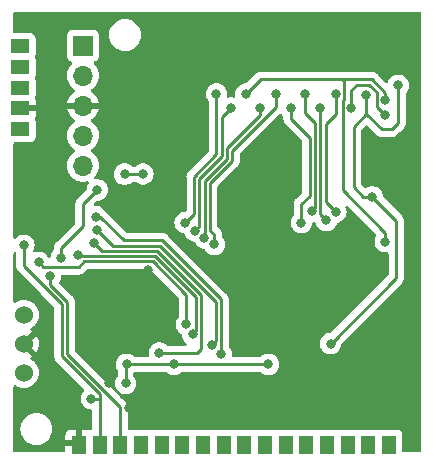
<source format=gbr>
%TF.GenerationSoftware,KiCad,Pcbnew,8.0.0*%
%TF.CreationDate,2024-03-23T09:44:43-04:00*%
%TF.ProjectId,N64SP PCB,4e363453-5020-4504-9342-2e6b69636164,rev?*%
%TF.SameCoordinates,Original*%
%TF.FileFunction,Copper,L2,Bot*%
%TF.FilePolarity,Positive*%
%FSLAX46Y46*%
G04 Gerber Fmt 4.6, Leading zero omitted, Abs format (unit mm)*
G04 Created by KiCad (PCBNEW 8.0.0) date 2024-03-23 09:44:43*
%MOMM*%
%LPD*%
G01*
G04 APERTURE LIST*
%TA.AperFunction,ComponentPad*%
%ADD10R,1.250000X1.250000*%
%TD*%
%TA.AperFunction,SMDPad,CuDef*%
%ADD11R,0.625000X1.250000*%
%TD*%
%TA.AperFunction,SMDPad,CuDef*%
%ADD12R,1.250000X0.625000*%
%TD*%
%TA.AperFunction,ComponentPad*%
%ADD13C,1.524000*%
%TD*%
%TA.AperFunction,ComponentPad*%
%ADD14R,1.700000X1.700000*%
%TD*%
%TA.AperFunction,ComponentPad*%
%ADD15O,1.700000X1.700000*%
%TD*%
%TA.AperFunction,ViaPad*%
%ADD16C,0.800000*%
%TD*%
%TA.AperFunction,Conductor*%
%ADD17C,0.250000*%
%TD*%
G04 APERTURE END LIST*
D10*
%TO.P,TP1,1*%
%TO.N,GND*%
X111150000Y-42000000D03*
D11*
X110460000Y-42000000D03*
%TD*%
D10*
%TO.P,TP2,1*%
%TO.N,3V3*%
X111150000Y-43750000D03*
D11*
X110460000Y-43750000D03*
%TD*%
D10*
%TO.P,TP3,1*%
%TO.N,DATA*%
X111150000Y-36750000D03*
D11*
X110460000Y-36750000D03*
%TD*%
D10*
%TO.P,TP4,1*%
%TO.N,A*%
X133450000Y-70350000D03*
D12*
X133450000Y-71040000D03*
%TD*%
D10*
%TO.P,TP5,1*%
%TO.N,B*%
X138700000Y-70350000D03*
D12*
X138700000Y-71040000D03*
%TD*%
D10*
%TO.P,TP6,1*%
%TO.N,S*%
X131700000Y-70350000D03*
D12*
X131700000Y-71040000D03*
%TD*%
D10*
%TO.P,TP8,1*%
%TO.N,R*%
X111150000Y-38500000D03*
D11*
X110460000Y-38500000D03*
%TD*%
D10*
%TO.P,TP10,1*%
%TO.N,CL*%
X140450000Y-70350000D03*
D12*
X140450000Y-71040000D03*
%TD*%
D10*
%TO.P,TP11,1*%
%TO.N,CR*%
X136950000Y-70350000D03*
D12*
X136950000Y-71040000D03*
%TD*%
D10*
%TO.P,TP12,1*%
%TO.N,CU*%
X142200000Y-70350000D03*
D12*
X142200000Y-71040000D03*
%TD*%
D10*
%TO.P,TP13,1*%
%TO.N,CD*%
X135200000Y-70350000D03*
D12*
X135200000Y-71040000D03*
%TD*%
D10*
%TO.P,TP14,1*%
%TO.N,DL*%
X128200000Y-70350000D03*
D12*
X128200000Y-71040000D03*
%TD*%
D10*
%TO.P,TP15,1*%
%TO.N,DR*%
X124700000Y-70350000D03*
D12*
X124700000Y-71040000D03*
%TD*%
D10*
%TO.P,TP16,1*%
%TO.N,DU*%
X126450000Y-70350000D03*
D12*
X126450000Y-71040000D03*
%TD*%
D10*
%TO.P,TP17,1*%
%TO.N,DD*%
X129950000Y-70350000D03*
D12*
X129950000Y-71040000D03*
%TD*%
D10*
%TO.P,TP18,1*%
%TO.N,SX*%
X121200000Y-70350000D03*
D12*
X121200000Y-71040000D03*
%TD*%
D10*
%TO.P,TP19,1*%
%TO.N,SY*%
X119450000Y-70350000D03*
D12*
X119450000Y-71040000D03*
%TD*%
D10*
%TO.P,TP9,1*%
%TO.N,Z*%
X111150000Y-40250000D03*
D11*
X110460000Y-40250000D03*
%TD*%
D10*
%TO.P,TP7,1*%
%TO.N,L*%
X122950000Y-70350000D03*
D12*
X122950000Y-71040000D03*
%TD*%
D10*
%TO.P,TP20,1*%
%TO.N,GND*%
X115950000Y-70350000D03*
D12*
X115950000Y-71040000D03*
%TD*%
D10*
%TO.P,TP21,1*%
%TO.N,3V3*%
X117700000Y-70350000D03*
D12*
X117700000Y-71040000D03*
%TD*%
D13*
%TO.P,Y1,1*%
%TO.N,OSC1*%
X111300000Y-64400000D03*
%TO.P,Y1,2*%
%TO.N,Net-(R1-Pad1)*%
X111300000Y-59500000D03*
%TO.P,Y1,3*%
%TO.N,GND*%
X111300000Y-61950000D03*
%TD*%
D14*
%TO.P,J2,1*%
%TO.N,MCLR*%
X116290000Y-36700000D03*
D15*
%TO.P,J2,2*%
%TO.N,3V3*%
X116290000Y-39240000D03*
%TO.P,J2,3*%
%TO.N,GND*%
X116290000Y-41780000D03*
%TO.P,J2,4*%
%TO.N,Net-(J2-Pad4)*%
X116290000Y-44320000D03*
%TO.P,J2,5*%
%TO.N,Net-(J2-Pad5)*%
X116290000Y-46860000D03*
%TD*%
D16*
%TO.N,MCLR*%
X114460000Y-54660000D03*
X117510000Y-48910000D03*
%TO.N,3V3*%
X117010000Y-66590000D03*
X111290000Y-53610000D03*
X120000000Y-63700000D03*
X132000000Y-63700000D03*
X140300000Y-40900000D03*
X119900000Y-65300000D03*
X142990000Y-40070000D03*
X137260000Y-61930000D03*
X124010000Y-63700000D03*
X140800000Y-49500000D03*
%TO.N,GND*%
X141000000Y-63700000D03*
X142800000Y-46200000D03*
X121800000Y-57700000D03*
X111260000Y-56730000D03*
X111290000Y-49710000D03*
X121800000Y-59800000D03*
X140000000Y-63700000D03*
X123700000Y-36900000D03*
X144000000Y-49300000D03*
X120500000Y-49800000D03*
X120230000Y-67350000D03*
X121800000Y-55700000D03*
X118500000Y-65300000D03*
X114810000Y-66600000D03*
%TO.N,R*%
X119820001Y-47590000D03*
X121375000Y-47580000D03*
%TO.N,SX*%
X122765000Y-62730000D03*
X117250000Y-53400000D03*
%TO.N,SY*%
X113540000Y-56230000D03*
%TO.N,DQ6*%
X124960000Y-51695030D03*
X127600000Y-40800000D03*
%TO.N,DQ7*%
X125800000Y-52360000D03*
X128800000Y-42000000D03*
%TO.N,A10*%
X131300000Y-42000000D03*
X126580870Y-52984696D03*
%TO.N,OE*%
X132600000Y-40800000D03*
X127430000Y-53530000D03*
%TO.N,XA*%
X117370000Y-51180000D03*
X127990000Y-62840000D03*
%TO.N,XB*%
X127265000Y-62020000D03*
X117489231Y-52293926D03*
%TO.N,YB*%
X115920000Y-54390000D03*
X125585000Y-61140000D03*
%TO.N,YA*%
X112543915Y-55048439D03*
X125059507Y-60289201D03*
%TO.N,A11*%
X134800000Y-51700000D03*
X133900000Y-42000000D03*
%TO.N,A9*%
X135100000Y-40800000D03*
X135675000Y-50700000D03*
%TO.N,A8*%
X136400000Y-42000000D03*
X136900000Y-51500000D03*
%TO.N,A13*%
X137700000Y-40800000D03*
X137700000Y-50800000D03*
%TO.N,WE*%
X139000000Y-42000000D03*
X141889990Y-42600000D03*
%TO.N,CE*%
X141900000Y-53300000D03*
X141900000Y-41300000D03*
X130100000Y-40800000D03*
%TD*%
D17*
%TO.N,MCLR*%
X114460000Y-53830000D02*
X114460000Y-54660000D01*
X116290000Y-50130000D02*
X116290000Y-52000000D01*
X116290000Y-52000000D02*
X114460000Y-53830000D01*
X117510000Y-48910000D02*
X116290000Y-50130000D01*
%TO.N,3V3*%
X142820000Y-56370000D02*
X142820000Y-51520000D01*
X139230000Y-48710000D02*
X139230000Y-43570000D01*
X111290000Y-55350000D02*
X111290000Y-53610000D01*
X124010000Y-63700000D02*
X120000000Y-63700000D01*
X142990000Y-43250000D02*
X142635000Y-43605000D01*
X117700000Y-66610000D02*
X117700000Y-70350000D01*
X137260000Y-61930000D02*
X142820000Y-56370000D01*
X119900000Y-65300000D02*
X119900000Y-63800000D01*
X117680000Y-66590000D02*
X117700000Y-66610000D01*
X140020000Y-49500000D02*
X139230000Y-48710000D01*
X142440000Y-43800000D02*
X141600000Y-43800000D01*
X117700000Y-66610000D02*
X117700000Y-66209412D01*
X140300000Y-42500000D02*
X140300000Y-40900000D01*
X114509990Y-63019402D02*
X114509990Y-58569990D01*
X140800000Y-49500000D02*
X140020000Y-49500000D01*
X117010000Y-66590000D02*
X117680000Y-66590000D01*
X124010000Y-63700000D02*
X132000000Y-63700000D01*
X142990000Y-40070000D02*
X142990000Y-43250000D01*
X117700000Y-66209412D02*
X114509990Y-63019402D01*
X119900000Y-63800000D02*
X120000000Y-63700000D01*
X142635000Y-43605000D02*
X142440000Y-43800000D01*
X114509990Y-58569990D02*
X111290000Y-55350000D01*
X142820000Y-51520000D02*
X140800000Y-49500000D01*
X139230000Y-43570000D02*
X140300000Y-42500000D01*
X141600000Y-43800000D02*
X140300000Y-42500000D01*
%TO.N,GND*%
X118500000Y-65300000D02*
X119610000Y-66410000D01*
%TO.N,R*%
X119820001Y-47590000D02*
X121365000Y-47590000D01*
X121365000Y-47590000D02*
X121375000Y-47580000D01*
%TO.N,SX*%
X126310000Y-62350000D02*
X126310000Y-57782820D01*
X122765000Y-62730000D02*
X125930000Y-62730000D01*
X126310000Y-57782820D02*
X122602159Y-54074979D01*
X122602159Y-54074979D02*
X117924979Y-54074979D01*
X125930000Y-62730000D02*
X126310000Y-62350000D01*
X117924979Y-54074979D02*
X117250000Y-53400000D01*
%TO.N,SY*%
X114960000Y-62833002D02*
X119450000Y-67323002D01*
X119450000Y-67323002D02*
X119450000Y-70350000D01*
X113540000Y-56230000D02*
X113540000Y-56963590D01*
X114960000Y-58383590D02*
X114960000Y-62833002D01*
X113540000Y-56963590D02*
X114960000Y-58383590D01*
%TO.N,DQ6*%
X124960000Y-51695030D02*
X125700000Y-50955030D01*
X125700000Y-49230000D02*
X125700000Y-47800000D01*
X127600000Y-45900000D02*
X127600000Y-40800000D01*
X125700000Y-50955030D02*
X125700000Y-50610000D01*
X125700000Y-47800000D02*
X127600000Y-45900000D01*
X125700000Y-49400000D02*
X125700000Y-49230000D01*
X125700000Y-49230000D02*
X125700000Y-50610000D01*
%TO.N,DQ7*%
X126150010Y-52009990D02*
X125800000Y-52360000D01*
X128800000Y-42000000D02*
X128050010Y-42749990D01*
X126150010Y-47986400D02*
X126150010Y-52009990D01*
X128050010Y-42749990D02*
X128050010Y-46086400D01*
X128050010Y-46086400D02*
X126150010Y-47986400D01*
%TO.N,A10*%
X128500020Y-45399980D02*
X131300000Y-42600000D01*
X126600020Y-52965546D02*
X126580870Y-52984696D01*
X126600020Y-48172800D02*
X128500020Y-46272800D01*
X131300000Y-42600000D02*
X131300000Y-42000000D01*
X126600020Y-49772800D02*
X126600020Y-48172800D01*
X126600020Y-49772800D02*
X126600020Y-52965546D01*
X128500020Y-46272800D02*
X128500020Y-45399980D01*
%TO.N,OE*%
X127430000Y-52700000D02*
X127430000Y-53530000D01*
X127050029Y-52320029D02*
X127430000Y-52700000D01*
X128950029Y-46459201D02*
X127050030Y-48359200D01*
X127050030Y-48359200D02*
X127050029Y-52320029D01*
X132600000Y-40800000D02*
X132600000Y-41936410D01*
X132600000Y-41936410D02*
X128950030Y-45586380D01*
X128950030Y-45586380D02*
X128950029Y-46459201D01*
%TO.N,XA*%
X122974959Y-53174959D02*
X119734959Y-53174959D01*
X117740000Y-51180000D02*
X117370000Y-51180000D01*
X119734959Y-53174959D02*
X117740000Y-51180000D01*
X127990000Y-58190000D02*
X122974959Y-53174959D01*
X127990000Y-62840000D02*
X127990000Y-58190000D01*
%TO.N,XB*%
X118820274Y-53624969D02*
X117489231Y-52293926D01*
X127539990Y-61745010D02*
X127539990Y-58376400D01*
X127539990Y-58376400D02*
X122788559Y-53624969D01*
X127265000Y-62020000D02*
X127539990Y-61745010D01*
X122788559Y-53624969D02*
X118820274Y-53624969D01*
%TO.N,YB*%
X125859990Y-57969220D02*
X122415759Y-54524989D01*
X116054989Y-54524989D02*
X115920000Y-54390000D01*
X122415759Y-54524989D02*
X116054989Y-54524989D01*
X125859990Y-60865010D02*
X125859990Y-57969220D01*
X125585000Y-61140000D02*
X125859990Y-60865010D01*
%TO.N,YA*%
X116408003Y-54974999D02*
X115934564Y-55448438D01*
X122229359Y-54974999D02*
X116408003Y-54974999D01*
X125059507Y-57805147D02*
X122229359Y-54974999D01*
X115934564Y-55448438D02*
X112943914Y-55448438D01*
X125059507Y-60289201D02*
X125059507Y-57805147D01*
X112943914Y-55448438D02*
X112543915Y-55048439D01*
%TO.N,A11*%
X133900000Y-42900000D02*
X133900000Y-42000000D01*
X135499980Y-49400020D02*
X135499980Y-44499980D01*
X134800000Y-51700000D02*
X134800000Y-50100000D01*
X135499980Y-44499980D02*
X133900000Y-42900000D01*
X134800000Y-50100000D02*
X135499980Y-49400020D01*
%TO.N,A9*%
X135949990Y-43249990D02*
X135949990Y-50425010D01*
X135100000Y-42400000D02*
X135949990Y-43249990D01*
X135949990Y-50425010D02*
X135675000Y-50700000D01*
X135100000Y-40800000D02*
X135100000Y-42400000D01*
%TO.N,A8*%
X136900000Y-51500000D02*
X136400000Y-51000000D01*
X136400000Y-51000000D02*
X136400000Y-42000000D01*
%TO.N,A13*%
X137700000Y-50800000D02*
X136850010Y-49950010D01*
X137700000Y-42500000D02*
X137700000Y-40800000D01*
X136850010Y-49950010D02*
X136850010Y-43349990D01*
X136850010Y-43349990D02*
X137700000Y-42500000D01*
%TO.N,WE*%
X139500000Y-40000000D02*
X140549998Y-40000000D01*
X139000000Y-40500000D02*
X139500000Y-40000000D01*
X140549998Y-40000000D02*
X141174999Y-40625001D01*
X141174999Y-41885009D02*
X141889990Y-42600000D01*
X139000000Y-42000000D02*
X139000000Y-40500000D01*
X141174999Y-40625001D02*
X141174999Y-41885009D01*
%TO.N,CE*%
X141900000Y-52550000D02*
X138274999Y-48924999D01*
X141900000Y-53300000D02*
X141900000Y-52550000D01*
X138274999Y-41405001D02*
X138425001Y-41254999D01*
X138250010Y-39549990D02*
X131350010Y-39549990D01*
X138425001Y-39724981D02*
X138250010Y-39549990D01*
X138274999Y-48924999D02*
X138274999Y-41405001D01*
X140749990Y-39549990D02*
X138250010Y-39549990D01*
X131350010Y-39549990D02*
X130100000Y-40800000D01*
X141900000Y-40700000D02*
X140749990Y-39549990D01*
X141900000Y-41300000D02*
X141900000Y-40700000D01*
X138425001Y-41254999D02*
X138425001Y-39724981D01*
%TD*%
%TA.AperFunction,Conductor*%
%TO.N,GND*%
G36*
X110609011Y-54212857D02*
G01*
X110620129Y-54223764D01*
X110624131Y-54228209D01*
X110654852Y-54292213D01*
X110656500Y-54312524D01*
X110656500Y-55266146D01*
X110654751Y-55281988D01*
X110655044Y-55282016D01*
X110654298Y-55289908D01*
X110656469Y-55358974D01*
X110656500Y-55360953D01*
X110656500Y-55389851D01*
X110656501Y-55389872D01*
X110657378Y-55396820D01*
X110657844Y-55402732D01*
X110659326Y-55449888D01*
X110659327Y-55449893D01*
X110664977Y-55469339D01*
X110668986Y-55488697D01*
X110671525Y-55508793D01*
X110671526Y-55508799D01*
X110688893Y-55552662D01*
X110690816Y-55558279D01*
X110703982Y-55603593D01*
X110714294Y-55621031D01*
X110722988Y-55638779D01*
X110730444Y-55657609D01*
X110730450Y-55657620D01*
X110758177Y-55695783D01*
X110761437Y-55700746D01*
X110785460Y-55741365D01*
X110799779Y-55755684D01*
X110812617Y-55770714D01*
X110822156Y-55783843D01*
X110824528Y-55787107D01*
X110852794Y-55810491D01*
X110860886Y-55817185D01*
X110865267Y-55821171D01*
X112762908Y-57718812D01*
X113839585Y-58795489D01*
X113873611Y-58857801D01*
X113876490Y-58884584D01*
X113876490Y-62935548D01*
X113874741Y-62951390D01*
X113875034Y-62951418D01*
X113874288Y-62959310D01*
X113876459Y-63028376D01*
X113876490Y-63030355D01*
X113876490Y-63059253D01*
X113876491Y-63059274D01*
X113877368Y-63066222D01*
X113877834Y-63072134D01*
X113879316Y-63119290D01*
X113879317Y-63119295D01*
X113884967Y-63138741D01*
X113888976Y-63158099D01*
X113891515Y-63178195D01*
X113891516Y-63178201D01*
X113908883Y-63222064D01*
X113910806Y-63227681D01*
X113923972Y-63272995D01*
X113934284Y-63290433D01*
X113942978Y-63308181D01*
X113950434Y-63327011D01*
X113950440Y-63327022D01*
X113978167Y-63365185D01*
X113981427Y-63370148D01*
X114005450Y-63410767D01*
X114019769Y-63425086D01*
X114032607Y-63440116D01*
X114042146Y-63453245D01*
X114044518Y-63456509D01*
X114072784Y-63479893D01*
X114080876Y-63486587D01*
X114085257Y-63490573D01*
X115240525Y-64645841D01*
X116364928Y-65770244D01*
X116398954Y-65832556D01*
X116393889Y-65903371D01*
X116369470Y-65943649D01*
X116270961Y-66053054D01*
X116270958Y-66053058D01*
X116175476Y-66218438D01*
X116175473Y-66218445D01*
X116116457Y-66400072D01*
X116096496Y-66590000D01*
X116116457Y-66779927D01*
X116139815Y-66851814D01*
X116175473Y-66961556D01*
X116175476Y-66961561D01*
X116270958Y-67126941D01*
X116270965Y-67126951D01*
X116398744Y-67268864D01*
X116418410Y-67283152D01*
X116553248Y-67381118D01*
X116727712Y-67458794D01*
X116914513Y-67498500D01*
X116940500Y-67498500D01*
X117008621Y-67518502D01*
X117055114Y-67572158D01*
X117066500Y-67624500D01*
X117066500Y-69099518D01*
X117046498Y-69167639D01*
X116992842Y-69214132D01*
X116969488Y-69222138D01*
X116965805Y-69223008D01*
X116868316Y-69259370D01*
X116797500Y-69264434D01*
X116780252Y-69259370D01*
X116684094Y-69223505D01*
X116623597Y-69217000D01*
X116204000Y-69217000D01*
X116204000Y-70064892D01*
X116133843Y-70010287D01*
X116013578Y-69969000D01*
X115918431Y-69969000D01*
X115824579Y-69984661D01*
X115712749Y-70045180D01*
X115696000Y-70063374D01*
X115696000Y-69217000D01*
X115276402Y-69217000D01*
X115215906Y-69223505D01*
X115079035Y-69274555D01*
X115079034Y-69274555D01*
X114962095Y-69362095D01*
X114874555Y-69479034D01*
X114874555Y-69479035D01*
X114823505Y-69615906D01*
X114817000Y-69676402D01*
X114817000Y-70096000D01*
X115665966Y-70096000D01*
X115626629Y-70138731D01*
X115575552Y-70255177D01*
X115565051Y-70381898D01*
X115596266Y-70505162D01*
X115660840Y-70604000D01*
X114817000Y-70604000D01*
X114817000Y-70973500D01*
X114796998Y-71041621D01*
X114743342Y-71088114D01*
X114691000Y-71099500D01*
X110526500Y-71099500D01*
X110458379Y-71079498D01*
X110411886Y-71025842D01*
X110400500Y-70973500D01*
X110400500Y-69149999D01*
X111004341Y-69149999D01*
X111024937Y-69385411D01*
X111086096Y-69613661D01*
X111086098Y-69613665D01*
X111185966Y-69827832D01*
X111321498Y-70021392D01*
X111321502Y-70021397D01*
X111321505Y-70021401D01*
X111488599Y-70188495D01*
X111488603Y-70188498D01*
X111488607Y-70188501D01*
X111682167Y-70324033D01*
X111682166Y-70324033D01*
X111758304Y-70359537D01*
X111896337Y-70423903D01*
X112124592Y-70485063D01*
X112301034Y-70500500D01*
X112301041Y-70500500D01*
X112418959Y-70500500D01*
X112418966Y-70500500D01*
X112595408Y-70485063D01*
X112823663Y-70423903D01*
X113037829Y-70324035D01*
X113231401Y-70188495D01*
X113398495Y-70021401D01*
X113534035Y-69827830D01*
X113633903Y-69613663D01*
X113695063Y-69385408D01*
X113715659Y-69150000D01*
X113695063Y-68914592D01*
X113633903Y-68686337D01*
X113534035Y-68472171D01*
X113534034Y-68472169D01*
X113534033Y-68472167D01*
X113398501Y-68278607D01*
X113398497Y-68278602D01*
X113398495Y-68278599D01*
X113231401Y-68111505D01*
X113231397Y-68111502D01*
X113231392Y-68111498D01*
X113037832Y-67975966D01*
X113037833Y-67975966D01*
X112823665Y-67876098D01*
X112823661Y-67876096D01*
X112595411Y-67814937D01*
X112542475Y-67810305D01*
X112418966Y-67799500D01*
X112301034Y-67799500D01*
X112188752Y-67809323D01*
X112124588Y-67814937D01*
X111896338Y-67876096D01*
X111896334Y-67876098D01*
X111682167Y-67975966D01*
X111488607Y-68111498D01*
X111488596Y-68111507D01*
X111321507Y-68278596D01*
X111321502Y-68278602D01*
X111185965Y-68472169D01*
X111086098Y-68686334D01*
X111086096Y-68686338D01*
X111024937Y-68914588D01*
X111004341Y-69149999D01*
X110400500Y-69149999D01*
X110400499Y-65563200D01*
X110420501Y-65495079D01*
X110474157Y-65448586D01*
X110544431Y-65438482D01*
X110598768Y-65459986D01*
X110662323Y-65504488D01*
X110863804Y-65598440D01*
X111078537Y-65655978D01*
X111300000Y-65675353D01*
X111521463Y-65655978D01*
X111736196Y-65598440D01*
X111937677Y-65504488D01*
X112119781Y-65376977D01*
X112276977Y-65219781D01*
X112404488Y-65037677D01*
X112498440Y-64836196D01*
X112555978Y-64621463D01*
X112575353Y-64400000D01*
X112555978Y-64178537D01*
X112498440Y-63963804D01*
X112404488Y-63762324D01*
X112276977Y-63580219D01*
X112119781Y-63423023D01*
X112119777Y-63423020D01*
X112119772Y-63423016D01*
X111937677Y-63295512D01*
X111937671Y-63295509D01*
X111923534Y-63288916D01*
X111870250Y-63241997D01*
X111850792Y-63173719D01*
X111871336Y-63105760D01*
X111923544Y-63060526D01*
X111937421Y-63054055D01*
X111937426Y-63054052D01*
X112000603Y-63009814D01*
X112000603Y-63009812D01*
X111321791Y-62331000D01*
X111331569Y-62331000D01*
X111425421Y-62315339D01*
X111537251Y-62254820D01*
X111623371Y-62161269D01*
X111674448Y-62044823D01*
X111680538Y-61971329D01*
X112359812Y-62650603D01*
X112359814Y-62650603D01*
X112404052Y-62587426D01*
X112404053Y-62587425D01*
X112497966Y-62386027D01*
X112497968Y-62386023D01*
X112555482Y-62171374D01*
X112574850Y-61949999D01*
X112555482Y-61728625D01*
X112497968Y-61513976D01*
X112497966Y-61513972D01*
X112404051Y-61312571D01*
X112359815Y-61249395D01*
X112359813Y-61249395D01*
X111684392Y-61924816D01*
X111684949Y-61918102D01*
X111653734Y-61794838D01*
X111584187Y-61688388D01*
X111483843Y-61610287D01*
X111363578Y-61569000D01*
X111321789Y-61569000D01*
X112000603Y-60890186D01*
X112000603Y-60890184D01*
X111937425Y-60845946D01*
X111937421Y-60845944D01*
X111923539Y-60839471D01*
X111870253Y-60792554D01*
X111850792Y-60724277D01*
X111871334Y-60656317D01*
X111923539Y-60611081D01*
X111937671Y-60604491D01*
X111937672Y-60604490D01*
X111937677Y-60604488D01*
X112119781Y-60476977D01*
X112276977Y-60319781D01*
X112404488Y-60137677D01*
X112498440Y-59936196D01*
X112555978Y-59721463D01*
X112575353Y-59500000D01*
X112555978Y-59278537D01*
X112498440Y-59063804D01*
X112404488Y-58862324D01*
X112276977Y-58680219D01*
X112119781Y-58523023D01*
X112119777Y-58523020D01*
X112119772Y-58523016D01*
X111937677Y-58395512D01*
X111937675Y-58395511D01*
X111736199Y-58301561D01*
X111736193Y-58301559D01*
X111669538Y-58283699D01*
X111521463Y-58244022D01*
X111300000Y-58224647D01*
X111078537Y-58244022D01*
X111003031Y-58264254D01*
X110863806Y-58301559D01*
X110863801Y-58301561D01*
X110662324Y-58395511D01*
X110598769Y-58440013D01*
X110531495Y-58462700D01*
X110462634Y-58445414D01*
X110414051Y-58393644D01*
X110400499Y-58336799D01*
X110400499Y-56221110D01*
X110400499Y-54308077D01*
X110420501Y-54239960D01*
X110474157Y-54193467D01*
X110544431Y-54183363D01*
X110609011Y-54212857D01*
G37*
%TD.AperFunction*%
%TA.AperFunction,Conductor*%
G36*
X144891621Y-33870502D02*
G01*
X144938114Y-33924158D01*
X144949500Y-33976500D01*
X144949500Y-70973500D01*
X144929498Y-71041621D01*
X144875842Y-71088114D01*
X144823500Y-71099500D01*
X143459500Y-71099500D01*
X143391379Y-71079498D01*
X143344886Y-71025842D01*
X143333500Y-70973500D01*
X143333500Y-69676367D01*
X143333499Y-69676350D01*
X143326990Y-69615803D01*
X143326988Y-69615795D01*
X143275978Y-69479035D01*
X143275889Y-69478796D01*
X143275888Y-69478794D01*
X143275887Y-69478792D01*
X143188261Y-69361738D01*
X143071207Y-69274112D01*
X143071202Y-69274110D01*
X142934204Y-69223011D01*
X142934196Y-69223009D01*
X142873649Y-69216500D01*
X142873638Y-69216500D01*
X141526362Y-69216500D01*
X141526350Y-69216500D01*
X141465803Y-69223009D01*
X141465795Y-69223011D01*
X141369033Y-69259103D01*
X141298217Y-69264169D01*
X141280967Y-69259103D01*
X141184204Y-69223011D01*
X141184196Y-69223009D01*
X141123649Y-69216500D01*
X141123638Y-69216500D01*
X139776362Y-69216500D01*
X139776350Y-69216500D01*
X139715803Y-69223009D01*
X139715802Y-69223010D01*
X139715799Y-69223010D01*
X139715799Y-69223011D01*
X139619030Y-69259104D01*
X139548216Y-69264169D01*
X139530971Y-69259104D01*
X139434201Y-69223011D01*
X139434196Y-69223009D01*
X139373649Y-69216500D01*
X139373638Y-69216500D01*
X138026362Y-69216500D01*
X138026350Y-69216500D01*
X137965803Y-69223009D01*
X137965795Y-69223011D01*
X137869033Y-69259103D01*
X137798217Y-69264169D01*
X137780967Y-69259103D01*
X137684204Y-69223011D01*
X137684196Y-69223009D01*
X137623649Y-69216500D01*
X137623638Y-69216500D01*
X136276362Y-69216500D01*
X136276350Y-69216500D01*
X136215803Y-69223009D01*
X136215795Y-69223011D01*
X136119033Y-69259103D01*
X136048217Y-69264169D01*
X136030967Y-69259103D01*
X135934204Y-69223011D01*
X135934196Y-69223009D01*
X135873649Y-69216500D01*
X135873638Y-69216500D01*
X134526362Y-69216500D01*
X134526350Y-69216500D01*
X134465803Y-69223009D01*
X134465802Y-69223010D01*
X134465799Y-69223010D01*
X134465799Y-69223011D01*
X134369030Y-69259104D01*
X134298216Y-69264169D01*
X134280971Y-69259104D01*
X134184201Y-69223011D01*
X134184196Y-69223009D01*
X134123649Y-69216500D01*
X134123638Y-69216500D01*
X132776362Y-69216500D01*
X132776350Y-69216500D01*
X132715803Y-69223009D01*
X132715795Y-69223011D01*
X132619033Y-69259103D01*
X132548217Y-69264169D01*
X132530967Y-69259103D01*
X132434204Y-69223011D01*
X132434196Y-69223009D01*
X132373649Y-69216500D01*
X132373638Y-69216500D01*
X131026362Y-69216500D01*
X131026350Y-69216500D01*
X130965803Y-69223009D01*
X130965795Y-69223011D01*
X130869033Y-69259103D01*
X130798217Y-69264169D01*
X130780967Y-69259103D01*
X130684204Y-69223011D01*
X130684196Y-69223009D01*
X130623649Y-69216500D01*
X130623638Y-69216500D01*
X129276362Y-69216500D01*
X129276350Y-69216500D01*
X129215803Y-69223009D01*
X129215802Y-69223010D01*
X129215799Y-69223010D01*
X129215799Y-69223011D01*
X129119030Y-69259104D01*
X129048216Y-69264169D01*
X129030971Y-69259104D01*
X128934201Y-69223011D01*
X128934196Y-69223009D01*
X128873649Y-69216500D01*
X128873638Y-69216500D01*
X127526362Y-69216500D01*
X127526350Y-69216500D01*
X127465803Y-69223009D01*
X127465795Y-69223011D01*
X127369033Y-69259103D01*
X127298217Y-69264169D01*
X127280967Y-69259103D01*
X127184204Y-69223011D01*
X127184196Y-69223009D01*
X127123649Y-69216500D01*
X127123638Y-69216500D01*
X125776362Y-69216500D01*
X125776350Y-69216500D01*
X125715803Y-69223009D01*
X125715802Y-69223010D01*
X125715799Y-69223010D01*
X125715799Y-69223011D01*
X125619030Y-69259104D01*
X125548216Y-69264169D01*
X125530971Y-69259104D01*
X125434201Y-69223011D01*
X125434196Y-69223009D01*
X125373649Y-69216500D01*
X125373638Y-69216500D01*
X124026362Y-69216500D01*
X124026350Y-69216500D01*
X123965803Y-69223009D01*
X123965795Y-69223011D01*
X123869033Y-69259103D01*
X123798217Y-69264169D01*
X123780967Y-69259103D01*
X123684204Y-69223011D01*
X123684196Y-69223009D01*
X123623649Y-69216500D01*
X123623638Y-69216500D01*
X122276362Y-69216500D01*
X122276350Y-69216500D01*
X122215803Y-69223009D01*
X122215795Y-69223011D01*
X122119033Y-69259103D01*
X122048217Y-69264169D01*
X122030967Y-69259103D01*
X121934204Y-69223011D01*
X121934196Y-69223009D01*
X121873649Y-69216500D01*
X121873638Y-69216500D01*
X120526362Y-69216500D01*
X120526350Y-69216500D01*
X120465803Y-69223009D01*
X120465799Y-69223010D01*
X120369031Y-69259103D01*
X120298215Y-69264167D01*
X120280966Y-69259103D01*
X120184191Y-69223007D01*
X120180512Y-69222138D01*
X120177956Y-69220682D01*
X120176816Y-69220257D01*
X120176884Y-69220072D01*
X120118820Y-69187000D01*
X120085919Y-69124087D01*
X120083500Y-69099518D01*
X120083500Y-68278596D01*
X120083499Y-67406845D01*
X120085249Y-67391013D01*
X120084956Y-67390986D01*
X120085702Y-67383093D01*
X120083531Y-67314013D01*
X120083500Y-67312034D01*
X120083500Y-67283152D01*
X120083500Y-67283146D01*
X120082620Y-67276184D01*
X120082156Y-67270295D01*
X120080674Y-67223113D01*
X120075017Y-67203644D01*
X120071012Y-67184300D01*
X120068474Y-67164205D01*
X120051100Y-67120324D01*
X120049181Y-67114718D01*
X120036018Y-67069409D01*
X120025706Y-67051972D01*
X120017010Y-67034223D01*
X120009552Y-67015385D01*
X119981812Y-66977205D01*
X119978564Y-66972260D01*
X119954542Y-66931640D01*
X119940214Y-66917312D01*
X119927384Y-66902291D01*
X119915472Y-66885895D01*
X119915469Y-66885893D01*
X119915469Y-66885892D01*
X119879107Y-66855810D01*
X119874726Y-66851824D01*
X119330513Y-66307611D01*
X119296488Y-66245300D01*
X119301553Y-66174485D01*
X119344100Y-66117649D01*
X119410620Y-66092838D01*
X119470855Y-66103409D01*
X119617712Y-66168794D01*
X119804513Y-66208500D01*
X119995487Y-66208500D01*
X120182288Y-66168794D01*
X120356752Y-66091118D01*
X120511253Y-65978866D01*
X120511255Y-65978864D01*
X120639034Y-65836951D01*
X120639035Y-65836949D01*
X120639040Y-65836944D01*
X120734527Y-65671556D01*
X120793542Y-65489928D01*
X120813504Y-65300000D01*
X120793542Y-65110072D01*
X120734527Y-64928444D01*
X120639040Y-64763056D01*
X120565863Y-64681784D01*
X120535146Y-64617776D01*
X120533500Y-64597474D01*
X120533500Y-64499557D01*
X120553502Y-64431436D01*
X120585439Y-64397621D01*
X120611253Y-64378866D01*
X120614562Y-64375190D01*
X120675009Y-64337950D01*
X120708200Y-64333500D01*
X123301800Y-64333500D01*
X123369921Y-64353502D01*
X123395437Y-64375190D01*
X123398747Y-64378866D01*
X123553248Y-64491118D01*
X123727712Y-64568794D01*
X123914513Y-64608500D01*
X124105487Y-64608500D01*
X124292288Y-64568794D01*
X124466752Y-64491118D01*
X124621253Y-64378866D01*
X124624562Y-64375190D01*
X124685009Y-64337950D01*
X124718200Y-64333500D01*
X131291800Y-64333500D01*
X131359921Y-64353502D01*
X131385437Y-64375190D01*
X131388747Y-64378866D01*
X131543248Y-64491118D01*
X131717712Y-64568794D01*
X131904513Y-64608500D01*
X132095487Y-64608500D01*
X132282288Y-64568794D01*
X132456752Y-64491118D01*
X132611253Y-64378866D01*
X132739040Y-64236944D01*
X132834527Y-64071556D01*
X132893542Y-63889928D01*
X132913504Y-63700000D01*
X132893542Y-63510072D01*
X132834527Y-63328444D01*
X132739040Y-63163056D01*
X132739038Y-63163054D01*
X132739034Y-63163048D01*
X132611255Y-63021135D01*
X132456752Y-62908882D01*
X132282288Y-62831206D01*
X132095487Y-62791500D01*
X131904513Y-62791500D01*
X131717711Y-62831206D01*
X131543247Y-62908882D01*
X131388747Y-63021133D01*
X131385437Y-63024810D01*
X131324991Y-63062050D01*
X131291800Y-63066500D01*
X129019635Y-63066500D01*
X128951514Y-63046498D01*
X128905021Y-62992842D01*
X128894325Y-62927329D01*
X128903504Y-62840000D01*
X128883542Y-62650072D01*
X128824527Y-62468444D01*
X128729040Y-62303056D01*
X128685608Y-62254820D01*
X128655862Y-62221783D01*
X128625145Y-62157775D01*
X128623499Y-62137473D01*
X128623499Y-60289201D01*
X128623499Y-58273845D01*
X128625249Y-58258014D01*
X128624956Y-58257987D01*
X128625701Y-58250094D01*
X128625702Y-58250091D01*
X128623531Y-58181024D01*
X128623500Y-58179045D01*
X128623500Y-58150149D01*
X128623500Y-58150144D01*
X128622619Y-58143178D01*
X128622155Y-58137282D01*
X128620673Y-58090111D01*
X128615022Y-58070664D01*
X128611012Y-58051300D01*
X128608474Y-58031203D01*
X128591097Y-57987314D01*
X128589183Y-57981723D01*
X128576018Y-57936407D01*
X128565706Y-57918970D01*
X128557010Y-57901221D01*
X128549552Y-57882383D01*
X128521812Y-57844203D01*
X128518564Y-57839258D01*
X128494542Y-57798638D01*
X128480214Y-57784310D01*
X128467384Y-57769289D01*
X128455472Y-57752893D01*
X128455469Y-57752891D01*
X128455469Y-57752890D01*
X128419107Y-57722808D01*
X128414726Y-57718822D01*
X123482203Y-52786298D01*
X123472238Y-52773860D01*
X123472011Y-52774049D01*
X123466960Y-52767943D01*
X123466959Y-52767941D01*
X123416585Y-52720637D01*
X123415196Y-52719291D01*
X123404949Y-52709044D01*
X123394735Y-52698829D01*
X123394731Y-52698825D01*
X123389184Y-52694522D01*
X123384676Y-52690671D01*
X123350284Y-52658376D01*
X123350278Y-52658372D01*
X123332522Y-52648610D01*
X123316006Y-52637761D01*
X123300000Y-52625345D01*
X123261073Y-52608500D01*
X123256699Y-52606607D01*
X123251367Y-52603995D01*
X123210020Y-52581264D01*
X123190395Y-52576225D01*
X123171695Y-52569823D01*
X123169315Y-52568793D01*
X123153104Y-52561778D01*
X123153102Y-52561777D01*
X123153101Y-52561777D01*
X123106501Y-52554396D01*
X123100688Y-52553192D01*
X123054989Y-52541459D01*
X123034735Y-52541459D01*
X123015025Y-52539908D01*
X122995016Y-52536739D01*
X122995015Y-52536739D01*
X122948042Y-52541179D01*
X122942109Y-52541459D01*
X120049553Y-52541459D01*
X119981432Y-52521457D01*
X119960458Y-52504554D01*
X119150934Y-51695030D01*
X124046496Y-51695030D01*
X124066457Y-51884957D01*
X124096526Y-51977500D01*
X124125473Y-52066586D01*
X124128345Y-52071561D01*
X124220958Y-52231971D01*
X124220965Y-52231981D01*
X124348744Y-52373894D01*
X124374192Y-52392383D01*
X124503248Y-52486148D01*
X124677712Y-52563824D01*
X124848419Y-52600109D01*
X124857122Y-52601959D01*
X124919596Y-52635688D01*
X124950757Y-52686267D01*
X124961925Y-52720638D01*
X124965475Y-52731561D01*
X125060958Y-52896941D01*
X125060965Y-52896951D01*
X125188744Y-53038864D01*
X125188747Y-53038866D01*
X125343248Y-53151118D01*
X125517712Y-53228794D01*
X125630406Y-53252748D01*
X125647662Y-53256416D01*
X125710136Y-53290145D01*
X125741297Y-53340723D01*
X125746344Y-53356255D01*
X125841828Y-53521637D01*
X125841835Y-53521647D01*
X125969614Y-53663560D01*
X126017644Y-53698456D01*
X126124118Y-53775814D01*
X126298582Y-53853490D01*
X126485383Y-53893196D01*
X126517901Y-53893196D01*
X126586022Y-53913198D01*
X126627018Y-53956194D01*
X126640107Y-53978864D01*
X126690958Y-54066941D01*
X126690965Y-54066951D01*
X126818744Y-54208864D01*
X126845369Y-54228208D01*
X126973248Y-54321118D01*
X127147712Y-54398794D01*
X127334513Y-54438500D01*
X127525487Y-54438500D01*
X127712288Y-54398794D01*
X127886752Y-54321118D01*
X128041253Y-54208866D01*
X128049011Y-54200250D01*
X128169034Y-54066951D01*
X128169035Y-54066949D01*
X128169040Y-54066944D01*
X128264527Y-53901556D01*
X128323542Y-53719928D01*
X128343504Y-53530000D01*
X128323542Y-53340072D01*
X128264527Y-53158444D01*
X128200868Y-53048185D01*
X128169042Y-52993059D01*
X128169041Y-52993058D01*
X128169040Y-52993056D01*
X128095863Y-52911784D01*
X128065146Y-52847776D01*
X128063500Y-52827474D01*
X128063500Y-52783855D01*
X128065249Y-52768014D01*
X128064956Y-52767987D01*
X128065702Y-52760093D01*
X128063531Y-52691023D01*
X128063500Y-52689044D01*
X128063500Y-52660149D01*
X128063500Y-52660144D01*
X128062619Y-52653178D01*
X128062155Y-52647282D01*
X128060673Y-52600110D01*
X128055022Y-52580663D01*
X128051012Y-52561300D01*
X128050140Y-52554396D01*
X128048474Y-52541203D01*
X128048464Y-52541179D01*
X128033963Y-52504554D01*
X128031099Y-52497320D01*
X128029179Y-52491711D01*
X128029007Y-52491118D01*
X128016018Y-52446407D01*
X128005706Y-52428970D01*
X127997010Y-52411221D01*
X127989552Y-52392383D01*
X127961812Y-52354203D01*
X127958564Y-52349258D01*
X127934542Y-52308638D01*
X127920214Y-52294310D01*
X127907384Y-52279289D01*
X127895472Y-52262893D01*
X127895469Y-52262891D01*
X127895469Y-52262890D01*
X127859109Y-52232809D01*
X127854728Y-52228823D01*
X127720433Y-52094528D01*
X127686407Y-52032216D01*
X127683528Y-52005442D01*
X127683529Y-48673794D01*
X127703531Y-48605673D01*
X127720434Y-48584699D01*
X128525206Y-47779927D01*
X129338689Y-46966443D01*
X129351125Y-46956482D01*
X129350937Y-46956254D01*
X129357041Y-46951203D01*
X129357046Y-46951201D01*
X129404377Y-46900797D01*
X129405693Y-46899439D01*
X129426163Y-46878971D01*
X129430457Y-46873433D01*
X129434302Y-46868930D01*
X129466615Y-46834523D01*
X129476375Y-46816767D01*
X129487227Y-46800245D01*
X129499642Y-46784242D01*
X129518375Y-46740949D01*
X129520990Y-46735613D01*
X129528911Y-46721206D01*
X129543724Y-46694262D01*
X129548761Y-46674639D01*
X129555168Y-46655927D01*
X129563210Y-46637346D01*
X129570592Y-46590727D01*
X129571791Y-46584943D01*
X129583529Y-46539232D01*
X129583529Y-46518969D01*
X129585080Y-46499259D01*
X129588248Y-46479258D01*
X129583809Y-46432291D01*
X129583529Y-46426359D01*
X129583529Y-45900974D01*
X129603531Y-45832853D01*
X129620434Y-45811879D01*
X131243656Y-44188657D01*
X132947638Y-42484675D01*
X133009948Y-42450651D01*
X133080763Y-42455716D01*
X133137599Y-42498263D01*
X133145844Y-42510762D01*
X133156854Y-42529832D01*
X133160960Y-42536944D01*
X133160965Y-42536951D01*
X133234135Y-42618214D01*
X133264853Y-42682221D01*
X133266499Y-42702524D01*
X133266499Y-42816152D01*
X133264751Y-42831993D01*
X133265043Y-42832021D01*
X133264297Y-42839906D01*
X133266469Y-42908973D01*
X133266500Y-42910953D01*
X133266500Y-42939851D01*
X133266501Y-42939872D01*
X133267378Y-42946820D01*
X133267844Y-42952732D01*
X133269326Y-42999888D01*
X133269327Y-42999893D01*
X133274977Y-43019339D01*
X133278986Y-43038697D01*
X133281525Y-43058793D01*
X133281526Y-43058799D01*
X133298893Y-43102662D01*
X133300816Y-43108279D01*
X133313982Y-43153593D01*
X133324294Y-43171031D01*
X133332988Y-43188779D01*
X133340444Y-43207609D01*
X133340450Y-43207620D01*
X133368177Y-43245783D01*
X133371437Y-43250746D01*
X133395460Y-43291365D01*
X133409779Y-43305684D01*
X133422617Y-43320714D01*
X133429385Y-43330028D01*
X133434528Y-43337107D01*
X133462794Y-43360491D01*
X133470886Y-43367185D01*
X133475267Y-43371171D01*
X134196001Y-44091904D01*
X134829575Y-44725478D01*
X134863600Y-44787790D01*
X134866480Y-44814573D01*
X134866480Y-49085423D01*
X134846478Y-49153544D01*
X134829575Y-49174519D01*
X134411333Y-49592760D01*
X134398901Y-49602721D01*
X134399089Y-49602948D01*
X134392979Y-49608002D01*
X134345694Y-49658355D01*
X134344319Y-49659774D01*
X134323863Y-49680231D01*
X134319560Y-49685777D01*
X134315714Y-49690279D01*
X134283417Y-49724674D01*
X134283411Y-49724683D01*
X134273651Y-49742435D01*
X134262803Y-49758950D01*
X134250386Y-49774958D01*
X134231645Y-49818264D01*
X134229034Y-49823594D01*
X134206305Y-49864939D01*
X134206303Y-49864944D01*
X134201267Y-49884559D01*
X134194864Y-49903262D01*
X134186819Y-49921852D01*
X134179437Y-49968456D01*
X134178233Y-49974268D01*
X134166500Y-50019968D01*
X134166500Y-50040223D01*
X134164949Y-50059933D01*
X134161780Y-50079942D01*
X134161780Y-50079943D01*
X134166220Y-50126917D01*
X134166500Y-50132850D01*
X134166500Y-50997474D01*
X134146498Y-51065595D01*
X134134137Y-51081784D01*
X134060957Y-51163059D01*
X133965476Y-51328438D01*
X133965473Y-51328445D01*
X133906457Y-51510072D01*
X133886496Y-51699999D01*
X133906457Y-51889927D01*
X133922921Y-51940595D01*
X133965473Y-52071556D01*
X133965476Y-52071561D01*
X134060958Y-52236941D01*
X134060965Y-52236951D01*
X134188744Y-52378864D01*
X134233273Y-52411216D01*
X134343248Y-52491118D01*
X134517712Y-52568794D01*
X134704513Y-52608500D01*
X134895487Y-52608500D01*
X135082288Y-52568794D01*
X135256752Y-52491118D01*
X135411253Y-52378866D01*
X135474487Y-52308638D01*
X135539034Y-52236951D01*
X135539035Y-52236949D01*
X135539040Y-52236944D01*
X135634527Y-52071556D01*
X135693542Y-51889928D01*
X135712469Y-51709838D01*
X135739482Y-51644184D01*
X135797703Y-51603554D01*
X135811570Y-51599767D01*
X135856453Y-51590227D01*
X135927242Y-51595629D01*
X135983875Y-51638446D01*
X136004277Y-51683692D01*
X136004417Y-51683647D01*
X136004829Y-51684917D01*
X136005896Y-51687282D01*
X136006459Y-51689932D01*
X136012492Y-51708500D01*
X136065473Y-51871556D01*
X136065475Y-51871559D01*
X136065476Y-51871561D01*
X136160958Y-52036941D01*
X136160965Y-52036951D01*
X136288744Y-52178864D01*
X136288747Y-52178866D01*
X136443248Y-52291118D01*
X136617712Y-52368794D01*
X136804513Y-52408500D01*
X136995487Y-52408500D01*
X137182288Y-52368794D01*
X137356752Y-52291118D01*
X137511253Y-52178866D01*
X137607871Y-52071561D01*
X137639034Y-52036951D01*
X137639035Y-52036949D01*
X137639040Y-52036944D01*
X137734527Y-51871556D01*
X137764436Y-51779506D01*
X137804508Y-51720902D01*
X137858069Y-51695197D01*
X137982288Y-51668794D01*
X138156752Y-51591118D01*
X138311253Y-51478866D01*
X138316365Y-51473189D01*
X138439034Y-51336951D01*
X138439035Y-51336949D01*
X138439040Y-51336944D01*
X138534527Y-51171556D01*
X138593542Y-50989928D01*
X138613504Y-50800000D01*
X138593542Y-50610072D01*
X138534527Y-50428444D01*
X138534520Y-50428433D01*
X138531840Y-50422410D01*
X138534600Y-50421180D01*
X138520920Y-50364979D01*
X138544088Y-50297869D01*
X138599861Y-50253938D01*
X138670531Y-50247134D01*
X138733660Y-50279617D01*
X138735877Y-50281781D01*
X141113162Y-52659066D01*
X141147188Y-52721378D01*
X141142123Y-52792193D01*
X141133186Y-52811161D01*
X141065476Y-52928438D01*
X141065473Y-52928445D01*
X141006457Y-53110072D01*
X140986496Y-53299999D01*
X141006457Y-53489927D01*
X141036526Y-53582470D01*
X141065473Y-53671556D01*
X141065476Y-53671561D01*
X141160958Y-53836941D01*
X141160965Y-53836951D01*
X141288744Y-53978864D01*
X141312261Y-53995950D01*
X141443248Y-54091118D01*
X141617712Y-54168794D01*
X141804513Y-54208500D01*
X141995491Y-54208500D01*
X142034302Y-54200250D01*
X142105093Y-54205651D01*
X142161726Y-54248467D01*
X142186220Y-54315104D01*
X142186500Y-54323496D01*
X142186500Y-56055405D01*
X142166498Y-56123526D01*
X142149595Y-56144500D01*
X137309500Y-60984595D01*
X137247188Y-61018621D01*
X137220405Y-61021500D01*
X137164513Y-61021500D01*
X136977711Y-61061206D01*
X136803247Y-61138882D01*
X136648744Y-61251135D01*
X136520965Y-61393048D01*
X136520958Y-61393058D01*
X136425476Y-61558438D01*
X136425473Y-61558445D01*
X136366457Y-61740072D01*
X136346496Y-61929999D01*
X136366457Y-62119927D01*
X136396248Y-62211612D01*
X136425473Y-62301556D01*
X136425476Y-62301561D01*
X136520958Y-62466941D01*
X136520965Y-62466951D01*
X136648744Y-62608864D01*
X136648747Y-62608866D01*
X136803248Y-62721118D01*
X136977712Y-62798794D01*
X137164513Y-62838500D01*
X137355487Y-62838500D01*
X137542288Y-62798794D01*
X137716752Y-62721118D01*
X137871253Y-62608866D01*
X137928587Y-62545190D01*
X137999034Y-62466951D01*
X137999035Y-62466949D01*
X137999040Y-62466944D01*
X138094527Y-62301556D01*
X138153542Y-62119928D01*
X138170907Y-61954703D01*
X138197920Y-61889048D01*
X138207113Y-61878789D01*
X143208657Y-56877245D01*
X143221092Y-56867284D01*
X143220905Y-56867057D01*
X143227016Y-56862001D01*
X143227015Y-56862001D01*
X143227018Y-56862000D01*
X143274352Y-56811592D01*
X143275667Y-56810235D01*
X143296134Y-56789770D01*
X143300429Y-56784232D01*
X143304271Y-56779731D01*
X143336586Y-56745321D01*
X143346345Y-56727567D01*
X143357197Y-56711046D01*
X143369613Y-56695041D01*
X143388347Y-56651748D01*
X143390961Y-56646412D01*
X143413694Y-56605061D01*
X143413695Y-56605060D01*
X143418733Y-56585435D01*
X143425138Y-56566730D01*
X143433181Y-56548145D01*
X143440563Y-56501525D01*
X143441761Y-56495744D01*
X143453500Y-56450030D01*
X143453500Y-56429769D01*
X143455051Y-56410058D01*
X143458219Y-56390056D01*
X143453780Y-56343089D01*
X143453500Y-56337157D01*
X143453500Y-51603849D01*
X143455249Y-51588012D01*
X143454955Y-51587985D01*
X143455701Y-51580092D01*
X143453531Y-51511042D01*
X143453500Y-51509063D01*
X143453500Y-51480151D01*
X143453500Y-51480144D01*
X143452620Y-51473185D01*
X143452155Y-51467280D01*
X143450673Y-51420110D01*
X143445022Y-51400663D01*
X143441012Y-51381300D01*
X143438474Y-51361203D01*
X143421100Y-51317323D01*
X143419184Y-51311725D01*
X143406018Y-51266406D01*
X143395700Y-51248961D01*
X143387005Y-51231209D01*
X143379553Y-51212385D01*
X143379550Y-51212379D01*
X143351818Y-51174210D01*
X143348562Y-51169253D01*
X143324542Y-51128637D01*
X143324540Y-51128635D01*
X143324540Y-51128634D01*
X143310218Y-51114312D01*
X143297377Y-51099279D01*
X143285471Y-51082892D01*
X143264562Y-51065595D01*
X143249108Y-51052810D01*
X143244736Y-51048831D01*
X141747121Y-49551215D01*
X141713095Y-49488904D01*
X141710908Y-49475306D01*
X141693542Y-49310072D01*
X141634527Y-49128444D01*
X141539040Y-48963056D01*
X141539038Y-48963054D01*
X141539034Y-48963048D01*
X141411255Y-48821135D01*
X141256752Y-48708882D01*
X141082288Y-48631206D01*
X140895487Y-48591500D01*
X140704513Y-48591500D01*
X140517711Y-48631206D01*
X140343247Y-48708882D01*
X140303777Y-48737559D01*
X140236909Y-48761417D01*
X140167758Y-48745336D01*
X140140621Y-48724717D01*
X140037508Y-48621604D01*
X139900404Y-48484499D01*
X139866379Y-48422187D01*
X139863500Y-48395404D01*
X139863500Y-43884594D01*
X139883502Y-43816473D01*
X139900405Y-43795499D01*
X140210905Y-43484999D01*
X140273217Y-43450973D01*
X140344032Y-43456038D01*
X140389095Y-43484999D01*
X141092753Y-44188657D01*
X141102720Y-44201097D01*
X141102947Y-44200910D01*
X141107999Y-44207017D01*
X141158388Y-44254335D01*
X141159777Y-44255681D01*
X141180231Y-44276135D01*
X141185770Y-44280431D01*
X141190282Y-44284285D01*
X141211853Y-44304542D01*
X141224678Y-44316585D01*
X141224682Y-44316588D01*
X141242430Y-44326345D01*
X141258957Y-44337201D01*
X141274960Y-44349614D01*
X141318259Y-44368351D01*
X141323585Y-44370960D01*
X141364935Y-44393693D01*
X141364938Y-44393694D01*
X141364940Y-44393695D01*
X141384562Y-44398733D01*
X141403263Y-44405135D01*
X141415814Y-44410567D01*
X141421852Y-44413180D01*
X141421853Y-44413180D01*
X141421855Y-44413181D01*
X141468477Y-44420564D01*
X141474262Y-44421763D01*
X141519970Y-44433500D01*
X141540224Y-44433500D01*
X141559934Y-44435051D01*
X141562141Y-44435400D01*
X141579943Y-44438220D01*
X141614472Y-44434956D01*
X141626917Y-44433780D01*
X141632850Y-44433500D01*
X142356147Y-44433500D01*
X142371988Y-44435249D01*
X142372016Y-44434956D01*
X142379901Y-44435700D01*
X142379909Y-44435702D01*
X142441208Y-44433775D01*
X142448976Y-44433531D01*
X142450955Y-44433500D01*
X142479851Y-44433500D01*
X142479856Y-44433500D01*
X142486818Y-44432619D01*
X142492719Y-44432154D01*
X142539889Y-44430673D01*
X142559347Y-44425019D01*
X142578694Y-44421013D01*
X142598797Y-44418474D01*
X142642679Y-44401099D01*
X142648274Y-44399183D01*
X142676816Y-44390891D01*
X142693591Y-44386019D01*
X142693595Y-44386017D01*
X142711026Y-44375708D01*
X142728780Y-44367009D01*
X142747617Y-44359552D01*
X142785786Y-44331818D01*
X142790744Y-44328562D01*
X142831362Y-44304542D01*
X142845685Y-44290218D01*
X142860724Y-44277374D01*
X142877107Y-44265472D01*
X142907188Y-44229108D01*
X142911167Y-44224735D01*
X143111135Y-44024769D01*
X143111134Y-44024769D01*
X143378663Y-43757240D01*
X143391097Y-43747281D01*
X143390909Y-43747054D01*
X143397014Y-43742003D01*
X143397015Y-43742001D01*
X143397018Y-43742000D01*
X143444337Y-43691608D01*
X143445652Y-43690251D01*
X143466135Y-43669770D01*
X143470445Y-43664212D01*
X143474274Y-43659729D01*
X143506586Y-43625321D01*
X143516346Y-43607565D01*
X143527195Y-43591050D01*
X143539614Y-43575041D01*
X143558363Y-43531710D01*
X143560953Y-43526423D01*
X143583695Y-43485060D01*
X143588733Y-43465434D01*
X143595137Y-43446732D01*
X143603180Y-43428147D01*
X143603179Y-43428147D01*
X143603181Y-43428145D01*
X143610561Y-43381547D01*
X143611762Y-43375740D01*
X143623500Y-43330030D01*
X143623500Y-43309775D01*
X143625051Y-43290063D01*
X143628220Y-43270057D01*
X143625629Y-43242651D01*
X143623780Y-43223080D01*
X143623500Y-43217148D01*
X143623500Y-40772524D01*
X143643502Y-40704403D01*
X143655858Y-40688220D01*
X143729040Y-40606944D01*
X143824527Y-40441556D01*
X143883542Y-40259928D01*
X143903504Y-40070000D01*
X143883542Y-39880072D01*
X143824527Y-39698444D01*
X143729040Y-39533056D01*
X143729038Y-39533054D01*
X143729034Y-39533048D01*
X143601255Y-39391135D01*
X143446752Y-39278882D01*
X143272288Y-39201206D01*
X143085487Y-39161500D01*
X142894513Y-39161500D01*
X142707711Y-39201206D01*
X142533247Y-39278882D01*
X142378744Y-39391135D01*
X142250965Y-39533048D01*
X142250958Y-39533058D01*
X142155476Y-39698438D01*
X142155474Y-39698442D01*
X142130449Y-39775459D01*
X142090374Y-39834064D01*
X142024977Y-39861700D01*
X141955021Y-39849593D01*
X141921520Y-39825616D01*
X141628962Y-39533058D01*
X141257231Y-39161326D01*
X141247269Y-39148891D01*
X141247042Y-39149080D01*
X141241991Y-39142974D01*
X141241990Y-39142972D01*
X141191615Y-39095667D01*
X141190226Y-39094321D01*
X141179980Y-39084075D01*
X141169766Y-39073860D01*
X141169762Y-39073856D01*
X141164215Y-39069553D01*
X141159707Y-39065702D01*
X141125315Y-39033407D01*
X141125309Y-39033403D01*
X141107553Y-39023641D01*
X141091037Y-39012792D01*
X141075031Y-39000376D01*
X141044279Y-38987068D01*
X141031730Y-38981638D01*
X141026398Y-38979026D01*
X140985051Y-38956295D01*
X140965426Y-38951256D01*
X140946726Y-38944854D01*
X140928135Y-38936809D01*
X140928133Y-38936808D01*
X140928132Y-38936808D01*
X140881532Y-38929427D01*
X140875719Y-38928223D01*
X140830020Y-38916490D01*
X140809766Y-38916490D01*
X140790056Y-38914939D01*
X140770047Y-38911770D01*
X140770046Y-38911770D01*
X140723073Y-38916210D01*
X140717140Y-38916490D01*
X138309786Y-38916490D01*
X138290076Y-38914939D01*
X138270067Y-38911770D01*
X138270066Y-38911770D01*
X138223093Y-38916210D01*
X138217160Y-38916490D01*
X131433863Y-38916490D01*
X131418021Y-38914740D01*
X131417994Y-38915034D01*
X131410101Y-38914288D01*
X131341034Y-38916459D01*
X131339055Y-38916490D01*
X131310154Y-38916490D01*
X131310150Y-38916490D01*
X131310140Y-38916491D01*
X131303189Y-38917369D01*
X131297277Y-38917834D01*
X131250122Y-38919316D01*
X131250120Y-38919317D01*
X131230665Y-38924968D01*
X131211312Y-38928976D01*
X131191220Y-38931514D01*
X131191212Y-38931516D01*
X131147346Y-38948883D01*
X131141731Y-38950806D01*
X131096417Y-38963972D01*
X131078974Y-38974287D01*
X131061228Y-38982980D01*
X131042392Y-38990438D01*
X131004219Y-39018171D01*
X130999258Y-39021430D01*
X130958648Y-39045448D01*
X130944321Y-39059774D01*
X130929295Y-39072607D01*
X130912905Y-39084515D01*
X130912903Y-39084517D01*
X130882818Y-39120882D01*
X130878822Y-39125272D01*
X130149498Y-39854596D01*
X130087188Y-39888620D01*
X130060405Y-39891500D01*
X130004513Y-39891500D01*
X129817711Y-39931206D01*
X129643247Y-40008882D01*
X129488744Y-40121135D01*
X129360965Y-40263048D01*
X129360958Y-40263058D01*
X129265476Y-40428438D01*
X129265473Y-40428445D01*
X129206457Y-40610072D01*
X129186496Y-40800000D01*
X129206355Y-40988956D01*
X129193582Y-41058795D01*
X129145080Y-41110641D01*
X129076247Y-41128035D01*
X129054848Y-41125373D01*
X128895487Y-41091500D01*
X128704513Y-41091500D01*
X128647436Y-41103632D01*
X128576645Y-41098230D01*
X128520013Y-41055413D01*
X128495519Y-40988775D01*
X128495929Y-40967215D01*
X128500509Y-40923638D01*
X128513504Y-40800000D01*
X128493542Y-40610072D01*
X128434527Y-40428444D01*
X128339040Y-40263056D01*
X128339038Y-40263054D01*
X128339034Y-40263048D01*
X128211255Y-40121135D01*
X128056752Y-40008882D01*
X127882288Y-39931206D01*
X127695487Y-39891500D01*
X127504513Y-39891500D01*
X127317711Y-39931206D01*
X127143247Y-40008882D01*
X126988744Y-40121135D01*
X126860965Y-40263048D01*
X126860958Y-40263058D01*
X126765476Y-40428438D01*
X126765473Y-40428445D01*
X126706457Y-40610072D01*
X126686496Y-40800000D01*
X126706457Y-40989927D01*
X126728834Y-41058795D01*
X126765473Y-41171556D01*
X126765476Y-41171561D01*
X126860958Y-41336941D01*
X126860965Y-41336951D01*
X126934135Y-41418214D01*
X126964853Y-41482221D01*
X126966499Y-41502524D01*
X126966499Y-45585404D01*
X126946497Y-45653525D01*
X126929594Y-45674499D01*
X125311336Y-47292757D01*
X125298901Y-47302721D01*
X125299089Y-47302948D01*
X125292979Y-47308002D01*
X125245694Y-47358355D01*
X125244319Y-47359774D01*
X125223863Y-47380231D01*
X125219560Y-47385777D01*
X125215714Y-47390279D01*
X125183417Y-47424674D01*
X125183411Y-47424683D01*
X125173651Y-47442435D01*
X125162803Y-47458950D01*
X125150386Y-47474958D01*
X125131645Y-47518264D01*
X125129034Y-47523594D01*
X125106305Y-47564939D01*
X125106303Y-47564944D01*
X125101267Y-47584559D01*
X125094864Y-47603262D01*
X125086819Y-47621852D01*
X125079437Y-47668456D01*
X125078233Y-47674268D01*
X125066500Y-47719968D01*
X125066500Y-47740223D01*
X125064949Y-47759933D01*
X125061780Y-47779942D01*
X125061780Y-47779943D01*
X125066220Y-47826917D01*
X125066500Y-47832850D01*
X125066500Y-50640434D01*
X125046498Y-50708555D01*
X125029598Y-50729527D01*
X125009503Y-50749623D01*
X124947191Y-50783650D01*
X124920405Y-50786530D01*
X124864513Y-50786530D01*
X124677711Y-50826236D01*
X124503247Y-50903912D01*
X124348744Y-51016165D01*
X124220965Y-51158078D01*
X124220958Y-51158088D01*
X124130613Y-51314571D01*
X124125473Y-51323474D01*
X124121094Y-51336951D01*
X124066457Y-51505102D01*
X124046496Y-51695030D01*
X119150934Y-51695030D01*
X118247244Y-50791339D01*
X118237279Y-50778901D01*
X118237052Y-50779090D01*
X118232001Y-50772984D01*
X118232000Y-50772982D01*
X118181625Y-50725677D01*
X118180236Y-50724331D01*
X118169990Y-50714085D01*
X118159776Y-50703870D01*
X118159774Y-50703869D01*
X118159770Y-50703865D01*
X118154218Y-50699558D01*
X118149720Y-50695716D01*
X118146428Y-50692625D01*
X118140840Y-50687377D01*
X118117971Y-50658525D01*
X118109040Y-50643056D01*
X118109038Y-50643054D01*
X118109034Y-50643048D01*
X117981255Y-50501135D01*
X117826752Y-50388882D01*
X117652288Y-50311206D01*
X117465487Y-50271500D01*
X117348595Y-50271500D01*
X117280474Y-50251498D01*
X117233981Y-50197842D01*
X117223877Y-50127568D01*
X117253371Y-50062988D01*
X117259500Y-50056405D01*
X117460500Y-49855405D01*
X117522812Y-49821379D01*
X117549595Y-49818500D01*
X117605487Y-49818500D01*
X117792288Y-49778794D01*
X117966752Y-49701118D01*
X118121253Y-49588866D01*
X118155153Y-49551216D01*
X118249034Y-49446951D01*
X118249035Y-49446949D01*
X118249040Y-49446944D01*
X118344527Y-49281556D01*
X118403542Y-49099928D01*
X118423504Y-48910000D01*
X118403542Y-48720072D01*
X118344527Y-48538444D01*
X118249040Y-48373056D01*
X118249038Y-48373054D01*
X118249034Y-48373048D01*
X118121255Y-48231135D01*
X117966752Y-48118882D01*
X117792288Y-48041206D01*
X117605487Y-48001500D01*
X117414513Y-48001500D01*
X117414508Y-48001500D01*
X117392200Y-48006241D01*
X117321410Y-48000838D01*
X117264778Y-47958019D01*
X117240286Y-47891381D01*
X117255710Y-47822080D01*
X117273302Y-47797661D01*
X117365722Y-47697268D01*
X117435804Y-47590000D01*
X118906497Y-47590000D01*
X118926458Y-47779927D01*
X118953420Y-47862906D01*
X118985474Y-47961556D01*
X118985477Y-47961561D01*
X119080959Y-48126941D01*
X119080966Y-48126951D01*
X119208745Y-48268864D01*
X119270000Y-48313368D01*
X119363249Y-48381118D01*
X119537713Y-48458794D01*
X119724514Y-48498500D01*
X119915488Y-48498500D01*
X120102289Y-48458794D01*
X120276753Y-48381118D01*
X120431254Y-48268866D01*
X120434563Y-48265190D01*
X120495010Y-48227950D01*
X120528201Y-48223500D01*
X120676103Y-48223500D01*
X120744224Y-48243502D01*
X120760418Y-48255868D01*
X120763749Y-48258868D01*
X120787357Y-48276020D01*
X120918248Y-48371118D01*
X121092712Y-48448794D01*
X121279513Y-48488500D01*
X121470487Y-48488500D01*
X121657288Y-48448794D01*
X121831752Y-48371118D01*
X121986253Y-48258866D01*
X121986255Y-48258864D01*
X122114034Y-48116951D01*
X122114035Y-48116949D01*
X122114040Y-48116944D01*
X122209527Y-47951556D01*
X122268542Y-47769928D01*
X122288504Y-47580000D01*
X122268542Y-47390072D01*
X122209527Y-47208444D01*
X122114040Y-47043056D01*
X122114038Y-47043054D01*
X122114034Y-47043048D01*
X121986255Y-46901135D01*
X121831752Y-46788882D01*
X121657288Y-46711206D01*
X121470487Y-46671500D01*
X121279513Y-46671500D01*
X121092711Y-46711206D01*
X120918247Y-46788882D01*
X120763747Y-46901133D01*
X120751433Y-46914810D01*
X120690987Y-46952050D01*
X120657796Y-46956500D01*
X120528201Y-46956500D01*
X120460080Y-46936498D01*
X120434564Y-46914810D01*
X120431253Y-46911133D01*
X120276753Y-46798882D01*
X120102289Y-46721206D01*
X119915488Y-46681500D01*
X119724514Y-46681500D01*
X119537712Y-46721206D01*
X119363248Y-46798882D01*
X119208745Y-46911135D01*
X119080966Y-47053048D01*
X119080959Y-47053058D01*
X118985477Y-47218438D01*
X118985474Y-47218445D01*
X118926458Y-47400072D01*
X118906497Y-47590000D01*
X117435804Y-47590000D01*
X117488860Y-47508791D01*
X117579296Y-47302616D01*
X117634564Y-47084368D01*
X117653156Y-46860000D01*
X117634564Y-46635632D01*
X117594965Y-46479258D01*
X117579297Y-46417387D01*
X117579296Y-46417386D01*
X117579296Y-46417384D01*
X117488860Y-46211209D01*
X117482140Y-46200924D01*
X117365724Y-46022734D01*
X117365720Y-46022729D01*
X117213237Y-45857091D01*
X117131382Y-45793381D01*
X117035576Y-45718811D01*
X117002319Y-45700813D01*
X116951929Y-45650802D01*
X116936576Y-45581485D01*
X116961136Y-45514872D01*
X117002320Y-45479186D01*
X117035576Y-45461189D01*
X117213240Y-45322906D01*
X117365722Y-45157268D01*
X117488860Y-44968791D01*
X117579296Y-44762616D01*
X117634564Y-44544368D01*
X117653156Y-44320000D01*
X117634564Y-44095632D01*
X117616619Y-44024769D01*
X117579297Y-43877387D01*
X117579296Y-43877386D01*
X117579296Y-43877384D01*
X117488860Y-43671209D01*
X117447287Y-43607577D01*
X117365724Y-43482734D01*
X117365720Y-43482729D01*
X117225149Y-43330031D01*
X117213240Y-43317094D01*
X117213239Y-43317093D01*
X117213237Y-43317091D01*
X117088654Y-43220124D01*
X117035576Y-43178811D01*
X117001792Y-43160528D01*
X116951402Y-43110516D01*
X116936050Y-43041199D01*
X116960610Y-42974586D01*
X117001793Y-42938901D01*
X117035300Y-42920767D01*
X117035301Y-42920767D01*
X117212902Y-42782534D01*
X117365325Y-42616958D01*
X117488419Y-42428548D01*
X117578820Y-42222456D01*
X117578823Y-42222449D01*
X117626544Y-42034000D01*
X116721116Y-42034000D01*
X116749493Y-41989844D01*
X116790000Y-41851889D01*
X116790000Y-41708111D01*
X116749493Y-41570156D01*
X116721116Y-41526000D01*
X117626544Y-41526000D01*
X117626544Y-41525999D01*
X117578823Y-41337550D01*
X117578820Y-41337543D01*
X117488419Y-41131451D01*
X117365325Y-40943041D01*
X117212902Y-40777465D01*
X117035301Y-40639232D01*
X117035300Y-40639231D01*
X117001791Y-40621097D01*
X116951401Y-40571083D01*
X116936050Y-40501766D01*
X116960612Y-40435153D01*
X117001790Y-40399472D01*
X117035576Y-40381189D01*
X117213240Y-40242906D01*
X117365722Y-40077268D01*
X117488860Y-39888791D01*
X117579296Y-39682616D01*
X117634564Y-39464368D01*
X117653156Y-39240000D01*
X117634564Y-39015632D01*
X117625956Y-38981638D01*
X117579297Y-38797387D01*
X117579296Y-38797386D01*
X117579296Y-38797384D01*
X117488860Y-38591209D01*
X117482140Y-38580924D01*
X117365724Y-38402734D01*
X117365719Y-38402729D01*
X117222524Y-38247179D01*
X117191103Y-38183514D01*
X117199090Y-38112968D01*
X117243948Y-38057939D01*
X117271183Y-38043789D01*
X117386204Y-38000889D01*
X117503261Y-37913261D01*
X117590889Y-37796204D01*
X117641989Y-37659201D01*
X117648500Y-37598638D01*
X117648500Y-35801362D01*
X117648354Y-35800000D01*
X118504341Y-35800000D01*
X118524937Y-36035411D01*
X118586096Y-36263661D01*
X118586098Y-36263665D01*
X118685966Y-36477832D01*
X118821498Y-36671392D01*
X118821502Y-36671397D01*
X118821505Y-36671401D01*
X118988599Y-36838495D01*
X118988603Y-36838498D01*
X118988607Y-36838501D01*
X119182167Y-36974033D01*
X119182166Y-36974033D01*
X119258304Y-37009537D01*
X119396337Y-37073903D01*
X119624592Y-37135063D01*
X119801034Y-37150500D01*
X119801041Y-37150500D01*
X119918959Y-37150500D01*
X119918966Y-37150500D01*
X120095408Y-37135063D01*
X120323663Y-37073903D01*
X120537829Y-36974035D01*
X120731401Y-36838495D01*
X120898495Y-36671401D01*
X121034035Y-36477830D01*
X121133903Y-36263663D01*
X121195063Y-36035408D01*
X121215659Y-35800000D01*
X121195063Y-35564592D01*
X121133903Y-35336337D01*
X121034035Y-35122171D01*
X121034034Y-35122169D01*
X121034033Y-35122167D01*
X120898501Y-34928607D01*
X120898497Y-34928602D01*
X120898495Y-34928599D01*
X120731401Y-34761505D01*
X120731397Y-34761502D01*
X120731392Y-34761498D01*
X120537832Y-34625966D01*
X120537833Y-34625966D01*
X120323665Y-34526098D01*
X120323661Y-34526096D01*
X120095411Y-34464937D01*
X120042475Y-34460305D01*
X119918966Y-34449500D01*
X119801034Y-34449500D01*
X119688752Y-34459323D01*
X119624588Y-34464937D01*
X119396338Y-34526096D01*
X119396334Y-34526098D01*
X119182167Y-34625966D01*
X118988607Y-34761498D01*
X118988596Y-34761507D01*
X118821507Y-34928596D01*
X118821502Y-34928602D01*
X118685965Y-35122169D01*
X118586098Y-35336334D01*
X118586096Y-35336338D01*
X118524937Y-35564588D01*
X118504341Y-35800000D01*
X117648354Y-35800000D01*
X117641990Y-35740803D01*
X117641988Y-35740795D01*
X117590889Y-35603797D01*
X117590887Y-35603792D01*
X117503261Y-35486738D01*
X117386207Y-35399112D01*
X117386202Y-35399110D01*
X117249204Y-35348011D01*
X117249196Y-35348009D01*
X117188649Y-35341500D01*
X117188638Y-35341500D01*
X115391362Y-35341500D01*
X115391350Y-35341500D01*
X115330803Y-35348009D01*
X115330795Y-35348011D01*
X115193797Y-35399110D01*
X115193792Y-35399112D01*
X115076738Y-35486738D01*
X114989112Y-35603792D01*
X114989110Y-35603797D01*
X114938011Y-35740795D01*
X114938009Y-35740803D01*
X114931500Y-35801350D01*
X114931500Y-37598649D01*
X114938009Y-37659196D01*
X114938011Y-37659204D01*
X114989110Y-37796202D01*
X114989112Y-37796207D01*
X115076738Y-37913261D01*
X115193791Y-38000886D01*
X115193792Y-38000886D01*
X115193796Y-38000889D01*
X115308810Y-38043787D01*
X115365642Y-38086332D01*
X115390453Y-38152852D01*
X115375362Y-38222226D01*
X115357475Y-38247179D01*
X115214280Y-38402729D01*
X115214275Y-38402734D01*
X115091141Y-38591206D01*
X115000703Y-38797386D01*
X115000702Y-38797387D01*
X114945437Y-39015624D01*
X114945436Y-39015630D01*
X114945436Y-39015632D01*
X114940611Y-39073860D01*
X114927325Y-39234201D01*
X114926844Y-39240000D01*
X114941679Y-39419033D01*
X114945437Y-39464375D01*
X115000702Y-39682612D01*
X115000703Y-39682613D01*
X115000704Y-39682616D01*
X115079257Y-39861700D01*
X115091141Y-39888793D01*
X115214275Y-40077265D01*
X115214279Y-40077270D01*
X115366762Y-40242908D01*
X115392638Y-40263048D01*
X115544424Y-40381189D01*
X115578205Y-40399470D01*
X115628596Y-40449482D01*
X115643949Y-40518799D01*
X115619389Y-40585412D01*
X115578209Y-40621096D01*
X115544704Y-40639228D01*
X115544698Y-40639232D01*
X115367097Y-40777465D01*
X115214674Y-40943041D01*
X115091580Y-41131451D01*
X115001179Y-41337543D01*
X115001176Y-41337550D01*
X114953455Y-41525999D01*
X114953456Y-41526000D01*
X115858884Y-41526000D01*
X115830507Y-41570156D01*
X115790000Y-41708111D01*
X115790000Y-41851889D01*
X115830507Y-41989844D01*
X115858884Y-42034000D01*
X114953455Y-42034000D01*
X115001176Y-42222449D01*
X115001179Y-42222456D01*
X115091580Y-42428548D01*
X115214674Y-42616958D01*
X115367097Y-42782534D01*
X115544698Y-42920767D01*
X115544704Y-42920771D01*
X115578207Y-42938902D01*
X115628597Y-42988915D01*
X115643949Y-43058232D01*
X115619388Y-43124845D01*
X115578207Y-43160528D01*
X115544430Y-43178807D01*
X115544424Y-43178811D01*
X115366762Y-43317091D01*
X115214279Y-43482729D01*
X115214275Y-43482734D01*
X115091141Y-43671206D01*
X115000703Y-43877386D01*
X115000702Y-43877387D01*
X114945437Y-44095624D01*
X114945436Y-44095630D01*
X114945436Y-44095632D01*
X114926844Y-44320000D01*
X114940450Y-44484201D01*
X114945437Y-44544375D01*
X115000702Y-44762612D01*
X115000703Y-44762613D01*
X115000704Y-44762616D01*
X115028457Y-44825887D01*
X115091141Y-44968793D01*
X115214275Y-45157265D01*
X115214279Y-45157270D01*
X115366762Y-45322908D01*
X115421331Y-45365381D01*
X115544424Y-45461189D01*
X115577680Y-45479186D01*
X115628071Y-45529200D01*
X115643423Y-45598516D01*
X115618862Y-45665129D01*
X115577680Y-45700813D01*
X115544426Y-45718810D01*
X115544424Y-45718811D01*
X115366762Y-45857091D01*
X115214279Y-46022729D01*
X115214275Y-46022734D01*
X115091141Y-46211206D01*
X115000703Y-46417386D01*
X115000702Y-46417387D01*
X114945437Y-46635624D01*
X114945436Y-46635630D01*
X114945436Y-46635632D01*
X114926844Y-46860000D01*
X114942841Y-47053056D01*
X114945437Y-47084375D01*
X115000702Y-47302612D01*
X115000703Y-47302613D01*
X115000704Y-47302616D01*
X115054247Y-47424683D01*
X115091141Y-47508793D01*
X115214275Y-47697265D01*
X115214279Y-47697270D01*
X115366762Y-47862908D01*
X115403344Y-47891381D01*
X115544424Y-48001189D01*
X115742426Y-48108342D01*
X115742427Y-48108342D01*
X115742428Y-48108343D01*
X115796632Y-48126951D01*
X115955365Y-48181444D01*
X116177431Y-48218500D01*
X116177435Y-48218500D01*
X116402565Y-48218500D01*
X116402569Y-48218500D01*
X116624635Y-48181444D01*
X116627691Y-48180394D01*
X116629010Y-48180335D01*
X116629683Y-48180165D01*
X116629718Y-48180303D01*
X116698612Y-48177189D01*
X116760010Y-48212837D01*
X116792390Y-48276020D01*
X116785469Y-48346678D01*
X116774086Y-48367235D01*
X116774262Y-48367337D01*
X116675476Y-48538438D01*
X116675473Y-48538445D01*
X116616457Y-48720072D01*
X116599092Y-48885292D01*
X116572079Y-48950949D01*
X116562877Y-48961216D01*
X115901336Y-49622757D01*
X115888901Y-49632721D01*
X115889089Y-49632948D01*
X115882979Y-49638002D01*
X115835694Y-49688355D01*
X115834319Y-49689774D01*
X115813863Y-49710231D01*
X115809560Y-49715777D01*
X115805714Y-49720279D01*
X115773417Y-49754674D01*
X115773411Y-49754683D01*
X115763651Y-49772435D01*
X115752803Y-49788950D01*
X115740386Y-49804958D01*
X115721645Y-49848264D01*
X115719034Y-49853594D01*
X115696305Y-49894939D01*
X115696303Y-49894944D01*
X115691267Y-49914559D01*
X115684864Y-49933262D01*
X115676819Y-49951852D01*
X115669437Y-49998456D01*
X115668233Y-50004268D01*
X115656499Y-50049969D01*
X115656499Y-50070231D01*
X115654948Y-50089933D01*
X115651780Y-50109938D01*
X115651779Y-50109947D01*
X115656219Y-50156919D01*
X115656499Y-50162850D01*
X115656499Y-51685404D01*
X115636497Y-51753525D01*
X115619594Y-51774499D01*
X114071336Y-53322757D01*
X114058901Y-53332721D01*
X114059089Y-53332948D01*
X114052979Y-53338002D01*
X114005694Y-53388355D01*
X114004319Y-53389774D01*
X113983863Y-53410231D01*
X113979560Y-53415777D01*
X113975714Y-53420279D01*
X113943417Y-53454674D01*
X113943411Y-53454683D01*
X113933651Y-53472435D01*
X113922803Y-53488950D01*
X113910386Y-53504958D01*
X113891645Y-53548264D01*
X113889034Y-53553594D01*
X113866305Y-53594939D01*
X113866303Y-53594944D01*
X113861267Y-53614559D01*
X113854864Y-53633262D01*
X113846819Y-53651852D01*
X113839437Y-53698456D01*
X113838233Y-53704268D01*
X113826500Y-53749968D01*
X113826500Y-53770223D01*
X113824949Y-53789933D01*
X113821780Y-53809942D01*
X113821780Y-53809943D01*
X113826220Y-53856917D01*
X113826500Y-53862850D01*
X113826500Y-53957474D01*
X113806498Y-54025595D01*
X113794137Y-54041784D01*
X113720957Y-54123059D01*
X113625476Y-54288438D01*
X113625473Y-54288444D01*
X113614084Y-54323496D01*
X113566457Y-54470072D01*
X113559647Y-54534868D01*
X113532633Y-54600525D01*
X113474411Y-54641154D01*
X113403466Y-54643857D01*
X113342322Y-54607774D01*
X113325218Y-54584697D01*
X113282956Y-54511497D01*
X113282949Y-54511487D01*
X113155170Y-54369574D01*
X113000667Y-54257321D01*
X112826203Y-54179645D01*
X112639402Y-54139939D01*
X112448428Y-54139939D01*
X112264375Y-54179061D01*
X112255168Y-54181018D01*
X112254752Y-54179061D01*
X112193280Y-54180807D01*
X112132489Y-54144133D01*
X112101176Y-54080415D01*
X112109281Y-54009883D01*
X112116212Y-53995957D01*
X112124527Y-53981556D01*
X112183542Y-53799928D01*
X112203504Y-53610000D01*
X112183542Y-53420072D01*
X112124527Y-53238444D01*
X112029040Y-53073056D01*
X112029038Y-53073054D01*
X112029034Y-53073048D01*
X111901255Y-52931135D01*
X111746752Y-52818882D01*
X111572288Y-52741206D01*
X111385487Y-52701500D01*
X111194513Y-52701500D01*
X111007711Y-52741206D01*
X110833247Y-52818882D01*
X110678744Y-52931135D01*
X110620136Y-52996227D01*
X110559690Y-53033467D01*
X110488707Y-53032115D01*
X110429722Y-52992602D01*
X110401464Y-52927471D01*
X110400500Y-52911917D01*
X110400500Y-45009500D01*
X110420502Y-44941379D01*
X110474158Y-44894886D01*
X110526500Y-44883500D01*
X111823632Y-44883500D01*
X111823638Y-44883500D01*
X111823645Y-44883499D01*
X111823649Y-44883499D01*
X111884196Y-44876990D01*
X111884199Y-44876989D01*
X111884201Y-44876989D01*
X112021204Y-44825889D01*
X112036321Y-44814573D01*
X112138261Y-44738261D01*
X112225887Y-44621207D01*
X112225887Y-44621206D01*
X112225889Y-44621204D01*
X112276989Y-44484201D01*
X112281933Y-44438220D01*
X112283499Y-44423649D01*
X112283500Y-44423632D01*
X112283500Y-43076367D01*
X112283499Y-43076350D01*
X112276990Y-43015803D01*
X112276988Y-43015795D01*
X112241545Y-42920771D01*
X112240629Y-42918317D01*
X112235564Y-42847503D01*
X112240629Y-42830252D01*
X112276494Y-42734092D01*
X112282999Y-42673597D01*
X112283000Y-42673585D01*
X112283000Y-42254000D01*
X111434034Y-42254000D01*
X111473371Y-42211269D01*
X111524448Y-42094823D01*
X111534949Y-41968102D01*
X111503734Y-41844838D01*
X111439160Y-41746000D01*
X112283000Y-41746000D01*
X112283000Y-41326414D01*
X112282999Y-41326402D01*
X112276494Y-41265907D01*
X112240629Y-41169748D01*
X112235564Y-41098932D01*
X112240630Y-41081682D01*
X112276988Y-40984204D01*
X112276990Y-40984196D01*
X112283499Y-40923649D01*
X112283500Y-40923632D01*
X112283500Y-39576367D01*
X112283499Y-39576350D01*
X112276990Y-39515803D01*
X112276988Y-39515795D01*
X112240897Y-39419033D01*
X112235831Y-39348217D01*
X112240897Y-39330967D01*
X112276988Y-39234204D01*
X112276990Y-39234196D01*
X112283499Y-39173649D01*
X112283500Y-39173632D01*
X112283500Y-37826367D01*
X112283499Y-37826350D01*
X112276990Y-37765803D01*
X112276989Y-37765802D01*
X112276989Y-37765799D01*
X112240895Y-37669030D01*
X112235831Y-37598216D01*
X112240895Y-37580971D01*
X112276989Y-37484201D01*
X112283500Y-37423638D01*
X112283500Y-36076362D01*
X112283499Y-36076350D01*
X112276990Y-36015803D01*
X112276988Y-36015795D01*
X112225889Y-35878797D01*
X112225887Y-35878792D01*
X112138261Y-35761738D01*
X112021207Y-35674112D01*
X112021202Y-35674110D01*
X111884204Y-35623011D01*
X111884196Y-35623009D01*
X111823649Y-35616500D01*
X111823638Y-35616500D01*
X110823638Y-35616500D01*
X110526500Y-35616500D01*
X110458379Y-35596498D01*
X110411886Y-35542842D01*
X110400500Y-35490500D01*
X110400500Y-33976500D01*
X110420502Y-33908379D01*
X110474158Y-33861886D01*
X110526500Y-33850500D01*
X144823500Y-33850500D01*
X144891621Y-33870502D01*
G37*
%TD.AperFunction*%
%TA.AperFunction,Conductor*%
G36*
X115766157Y-70689713D02*
G01*
X115886422Y-70731000D01*
X115981569Y-70731000D01*
X116075421Y-70715339D01*
X116187251Y-70654820D01*
X116204000Y-70636625D01*
X116204000Y-70973500D01*
X116183998Y-71041621D01*
X116179314Y-71045679D01*
X116133843Y-71010287D01*
X116013578Y-70969000D01*
X115918431Y-70969000D01*
X115824579Y-70984661D01*
X115720505Y-71040982D01*
X115707386Y-71025842D01*
X115696000Y-70973500D01*
X115696000Y-70635107D01*
X115766157Y-70689713D01*
G37*
%TD.AperFunction*%
%TA.AperFunction,Conductor*%
G36*
X121982886Y-55628501D02*
G01*
X122003860Y-55645404D01*
X124389102Y-58030645D01*
X124423127Y-58092957D01*
X124426007Y-58119740D01*
X124426007Y-59586675D01*
X124406005Y-59654796D01*
X124393644Y-59670985D01*
X124320464Y-59752260D01*
X124224983Y-59917639D01*
X124224980Y-59917645D01*
X124210506Y-59962187D01*
X124165964Y-60099273D01*
X124146003Y-60289201D01*
X124165964Y-60479128D01*
X124196033Y-60571671D01*
X124224980Y-60660757D01*
X124224983Y-60660762D01*
X124320465Y-60826142D01*
X124320472Y-60826152D01*
X124448251Y-60968065D01*
X124448254Y-60968067D01*
X124602755Y-61080319D01*
X124602762Y-61080322D01*
X124608476Y-61083622D01*
X124607727Y-61084918D01*
X124655927Y-61125886D01*
X124675894Y-61181845D01*
X124691457Y-61329927D01*
X124711970Y-61393058D01*
X124750473Y-61511556D01*
X124750476Y-61511561D01*
X124845958Y-61676941D01*
X124845965Y-61676951D01*
X124973744Y-61818864D01*
X125042150Y-61868564D01*
X125085504Y-61924786D01*
X125091579Y-61995523D01*
X125058448Y-62058314D01*
X124996627Y-62093226D01*
X124968089Y-62096500D01*
X123473200Y-62096500D01*
X123405079Y-62076498D01*
X123379563Y-62054810D01*
X123376252Y-62051133D01*
X123221752Y-61938882D01*
X123047288Y-61861206D01*
X122860487Y-61821500D01*
X122669513Y-61821500D01*
X122482711Y-61861206D01*
X122308247Y-61938882D01*
X122153744Y-62051135D01*
X122025965Y-62193048D01*
X122025958Y-62193058D01*
X121930476Y-62358438D01*
X121930473Y-62358445D01*
X121871457Y-62540072D01*
X121851496Y-62730000D01*
X121872148Y-62926496D01*
X121869315Y-62926793D01*
X121864846Y-62985131D01*
X121822011Y-63041750D01*
X121755366Y-63066223D01*
X121747015Y-63066500D01*
X120708200Y-63066500D01*
X120640079Y-63046498D01*
X120614563Y-63024810D01*
X120611252Y-63021133D01*
X120456752Y-62908882D01*
X120282288Y-62831206D01*
X120095487Y-62791500D01*
X119904513Y-62791500D01*
X119717711Y-62831206D01*
X119543247Y-62908882D01*
X119388744Y-63021135D01*
X119260965Y-63163048D01*
X119260958Y-63163058D01*
X119165476Y-63328438D01*
X119165473Y-63328445D01*
X119106457Y-63510072D01*
X119086496Y-63699999D01*
X119106457Y-63889927D01*
X119136526Y-63982470D01*
X119165473Y-64071556D01*
X119165476Y-64071561D01*
X119249619Y-64217300D01*
X119266500Y-64280300D01*
X119266500Y-64597474D01*
X119246498Y-64665595D01*
X119234137Y-64681784D01*
X119160957Y-64763059D01*
X119065476Y-64928438D01*
X119065473Y-64928445D01*
X119006457Y-65110072D01*
X118986496Y-65299999D01*
X119006457Y-65489927D01*
X119011189Y-65504489D01*
X119065473Y-65671556D01*
X119065476Y-65671561D01*
X119093757Y-65720546D01*
X119110495Y-65789542D01*
X119087274Y-65856634D01*
X119031467Y-65900521D01*
X118960792Y-65907269D01*
X118897688Y-65874736D01*
X118895543Y-65872641D01*
X117704686Y-64681784D01*
X115630405Y-62607502D01*
X115596379Y-62545190D01*
X115593500Y-62518407D01*
X115593500Y-58467445D01*
X115595249Y-58451604D01*
X115594956Y-58451577D01*
X115595702Y-58443683D01*
X115593531Y-58374613D01*
X115593500Y-58372634D01*
X115593500Y-58343739D01*
X115593500Y-58343738D01*
X115593500Y-58343734D01*
X115592619Y-58336768D01*
X115592155Y-58330872D01*
X115590673Y-58283700D01*
X115585022Y-58264253D01*
X115581012Y-58244890D01*
X115578474Y-58224793D01*
X115561099Y-58180910D01*
X115559179Y-58175301D01*
X115551872Y-58150149D01*
X115546018Y-58129997D01*
X115535705Y-58112559D01*
X115527010Y-58094812D01*
X115519552Y-58075973D01*
X115491821Y-58037805D01*
X115488562Y-58032845D01*
X115487589Y-58031200D01*
X115464542Y-57992227D01*
X115464541Y-57992225D01*
X115450218Y-57977902D01*
X115437377Y-57962869D01*
X115425471Y-57946482D01*
X115413292Y-57936407D01*
X115389108Y-57916400D01*
X115384736Y-57912421D01*
X114332843Y-56860528D01*
X114298818Y-56798217D01*
X114303883Y-56727402D01*
X114312813Y-56708446D01*
X114374527Y-56601556D01*
X114433542Y-56419928D01*
X114453504Y-56230000D01*
X114452569Y-56221107D01*
X114465340Y-56151272D01*
X114513842Y-56099424D01*
X114577879Y-56081938D01*
X115850711Y-56081938D01*
X115866552Y-56083687D01*
X115866580Y-56083394D01*
X115874465Y-56084138D01*
X115874473Y-56084140D01*
X115935772Y-56082213D01*
X115943540Y-56081969D01*
X115945519Y-56081938D01*
X115974415Y-56081938D01*
X115974420Y-56081938D01*
X115981382Y-56081057D01*
X115987283Y-56080592D01*
X116034453Y-56079111D01*
X116053911Y-56073457D01*
X116073258Y-56069451D01*
X116093361Y-56066912D01*
X116137243Y-56049537D01*
X116142838Y-56047621D01*
X116171380Y-56039329D01*
X116188155Y-56034457D01*
X116188159Y-56034455D01*
X116205590Y-56024146D01*
X116223344Y-56015447D01*
X116242181Y-56007990D01*
X116280350Y-55980256D01*
X116285308Y-55977000D01*
X116325926Y-55952980D01*
X116340249Y-55938656D01*
X116355288Y-55925812D01*
X116371671Y-55913910D01*
X116401752Y-55877546D01*
X116405731Y-55873173D01*
X116633503Y-55645403D01*
X116695817Y-55611378D01*
X116722599Y-55608499D01*
X121914765Y-55608499D01*
X121982886Y-55628501D01*
G37*
%TD.AperFunction*%
%TA.AperFunction,Conductor*%
G36*
X110826629Y-41788731D02*
G01*
X110775552Y-41905177D01*
X110765051Y-42031898D01*
X110796266Y-42155162D01*
X110860840Y-42254000D01*
X110526500Y-42254000D01*
X110458379Y-42233998D01*
X110455502Y-42230678D01*
X110473371Y-42211269D01*
X110524448Y-42094823D01*
X110534949Y-41968102D01*
X110503734Y-41844838D01*
X110456560Y-41772633D01*
X110474158Y-41757386D01*
X110526500Y-41746000D01*
X110865966Y-41746000D01*
X110826629Y-41788731D01*
G37*
%TD.AperFunction*%
%TD*%
M02*

</source>
